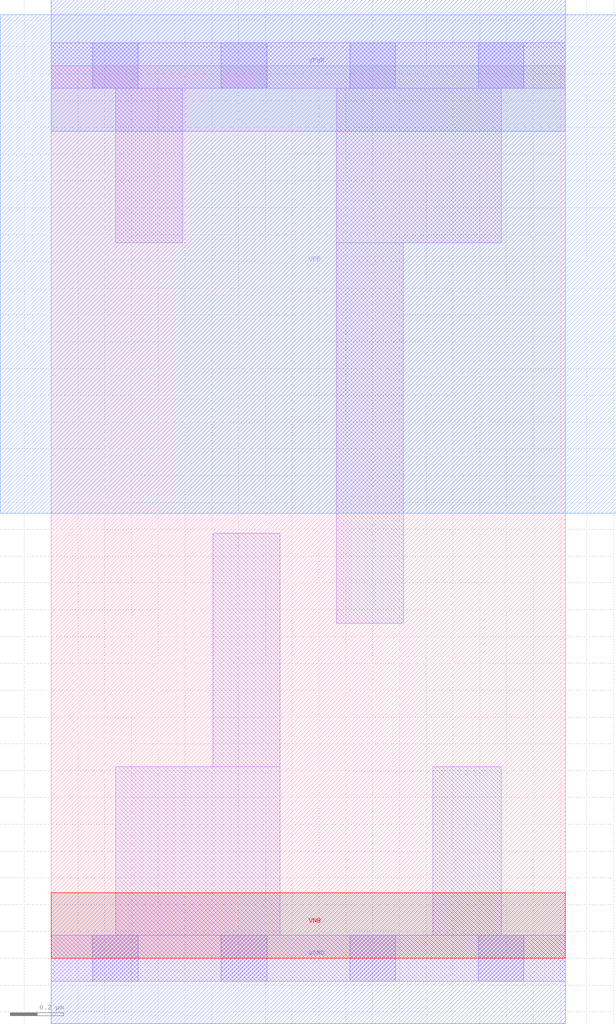
<source format=lef>
# Copyright 2020 The SkyWater PDK Authors
#
# Licensed under the Apache License, Version 2.0 (the "License");
# you may not use this file except in compliance with the License.
# You may obtain a copy of the License at
#
#     https://www.apache.org/licenses/LICENSE-2.0
#
# Unless required by applicable law or agreed to in writing, software
# distributed under the License is distributed on an "AS IS" BASIS,
# WITHOUT WARRANTIES OR CONDITIONS OF ANY KIND, either express or implied.
# See the License for the specific language governing permissions and
# limitations under the License.
#
# SPDX-License-Identifier: Apache-2.0

VERSION 5.7 ;
  NOWIREEXTENSIONATPIN ON ;
  DIVIDERCHAR "/" ;
  BUSBITCHARS "[]" ;
MACRO sky130_fd_sc_ls__decap_4
  CLASS CORE ;
  FOREIGN sky130_fd_sc_ls__decap_4 ;
  ORIGIN  0.000000  0.000000 ;
  SIZE  1.920000 BY  3.330000 ;
  SYMMETRY X Y ;
  SITE unit ;
  PIN VGND
    DIRECTION INOUT ;
    SHAPE ABUTMENT ;
    USE GROUND ;
    PORT
      LAYER met1 ;
        RECT 0.000000 -0.245000 1.920000 0.245000 ;
    END
  END VGND
  PIN VNB
    DIRECTION INOUT ;
    USE GROUND ;
    PORT
      LAYER pwell ;
        RECT 0.000000 0.000000 1.920000 0.245000 ;
    END
  END VNB
  PIN VPB
    DIRECTION INOUT ;
    USE POWER ;
    PORT
      LAYER nwell ;
        RECT -0.190000 1.660000 2.110000 3.520000 ;
    END
  END VPB
  PIN VPWR
    DIRECTION INOUT ;
    SHAPE ABUTMENT ;
    USE POWER ;
    PORT
      LAYER met1 ;
        RECT 0.000000 3.085000 1.920000 3.575000 ;
    END
  END VPWR
  OBS
    LAYER li1 ;
      RECT 0.000000 -0.085000 1.920000 0.085000 ;
      RECT 0.000000  3.245000 1.920000 3.415000 ;
      RECT 0.240000  0.085000 0.855000 0.715000 ;
      RECT 0.240000  2.670000 0.490000 3.245000 ;
      RECT 0.605000  0.715000 0.855000 1.585000 ;
      RECT 1.065000  1.250000 1.315000 2.670000 ;
      RECT 1.065000  2.670000 1.680000 3.245000 ;
      RECT 1.425000  0.085000 1.680000 0.715000 ;
    LAYER mcon ;
      RECT 0.155000 -0.085000 0.325000 0.085000 ;
      RECT 0.155000  3.245000 0.325000 3.415000 ;
      RECT 0.635000 -0.085000 0.805000 0.085000 ;
      RECT 0.635000  3.245000 0.805000 3.415000 ;
      RECT 1.115000 -0.085000 1.285000 0.085000 ;
      RECT 1.115000  3.245000 1.285000 3.415000 ;
      RECT 1.595000 -0.085000 1.765000 0.085000 ;
      RECT 1.595000  3.245000 1.765000 3.415000 ;
  END
END sky130_fd_sc_ls__decap_4
END LIBRARY

</source>
